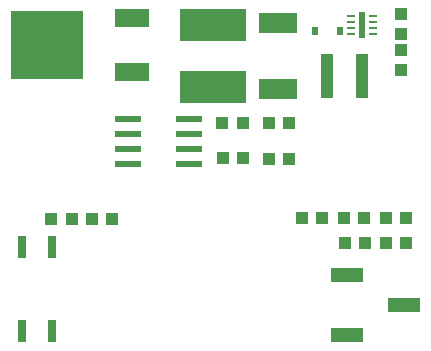
<source format=gtp>
G75*
%MOIN*%
%OFA0B0*%
%FSLAX25Y25*%
%IPPOS*%
%LPD*%
%AMOC8*
5,1,8,0,0,1.08239X$1,22.5*
%
%ADD10R,0.04331X0.03937*%
%ADD11R,0.22047X0.10630*%
%ADD12R,0.03937X0.04331*%
%ADD13R,0.02362X0.02598*%
%ADD14R,0.12598X0.07087*%
%ADD15R,0.03000X0.07700*%
%ADD16R,0.10984X0.04685*%
%ADD17R,0.08661X0.02362*%
%ADD18R,0.04331X0.14567*%
%ADD19R,0.02756X0.00984*%
%ADD20R,0.02402X0.08661*%
%ADD21R,0.24409X0.22835*%
%ADD22R,0.11811X0.06299*%
D10*
X0021460Y0047200D03*
X0028152Y0047200D03*
X0034860Y0047200D03*
X0041552Y0047200D03*
X0078460Y0079400D03*
X0085152Y0079400D03*
X0093860Y0079400D03*
X0100552Y0079400D03*
X0137806Y0097054D03*
X0137806Y0103746D03*
X0137806Y0109054D03*
X0137806Y0115746D03*
D11*
X0075206Y0112133D03*
X0075206Y0091267D03*
D12*
X0078660Y0067600D03*
X0085352Y0067600D03*
X0093860Y0067400D03*
X0100552Y0067400D03*
X0105060Y0047600D03*
X0111752Y0047600D03*
X0119060Y0047600D03*
X0125752Y0047600D03*
X0133060Y0047800D03*
X0139752Y0047800D03*
X0139752Y0039400D03*
X0133060Y0039400D03*
X0125952Y0039400D03*
X0119260Y0039400D03*
D13*
X0117540Y0110000D03*
X0109272Y0110000D03*
D14*
X0097006Y0112624D03*
X0097006Y0090576D03*
D15*
X0011606Y0010000D03*
X0021606Y0010000D03*
X0021606Y0038000D03*
X0011606Y0038000D03*
D16*
X0120098Y0028800D03*
X0139114Y0018800D03*
X0120098Y0008800D03*
D17*
X0067442Y0065700D03*
X0067442Y0070700D03*
X0067442Y0075700D03*
X0067442Y0080700D03*
X0046970Y0080700D03*
X0046970Y0075700D03*
X0046970Y0070700D03*
X0046970Y0065700D03*
D18*
X0113300Y0095000D03*
X0125112Y0095000D03*
D19*
X0128648Y0109047D03*
X0128648Y0111016D03*
X0128648Y0112984D03*
X0128648Y0114953D03*
X0121364Y0114953D03*
X0121364Y0112984D03*
X0121364Y0111016D03*
X0121364Y0109047D03*
D20*
X0125006Y0112000D03*
D21*
X0019933Y0105300D03*
D22*
X0048200Y0096304D03*
X0048200Y0114296D03*
M02*

</source>
